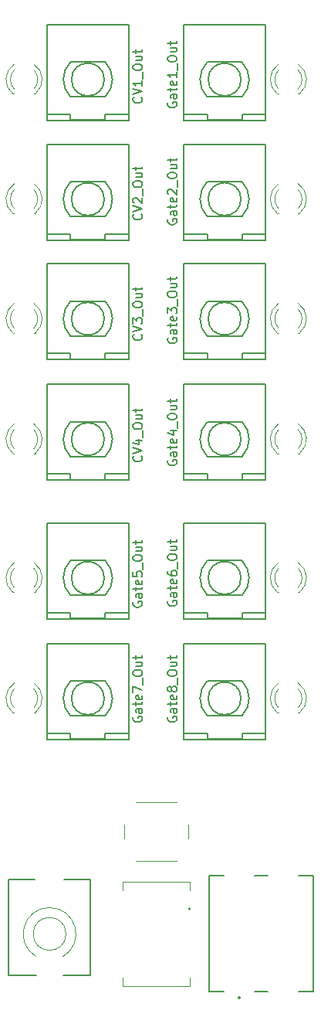
<source format=gbr>
G04 #@! TF.GenerationSoftware,KiCad,Pcbnew,8.0.4*
G04 #@! TF.CreationDate,2024-08-08T14:54:58+01:00*
G04 #@! TF.ProjectId,MidiMonger_controls,4d696469-4d6f-46e6-9765-725f636f6e74,rev?*
G04 #@! TF.SameCoordinates,Original*
G04 #@! TF.FileFunction,Legend,Top*
G04 #@! TF.FilePolarity,Positive*
%FSLAX46Y46*%
G04 Gerber Fmt 4.6, Leading zero omitted, Abs format (unit mm)*
G04 Created by KiCad (PCBNEW 8.0.4) date 2024-08-08 14:54:58*
%MOMM*%
%LPD*%
G01*
G04 APERTURE LIST*
%ADD10C,0.150000*%
%ADD11C,0.120000*%
%ADD12C,0.127000*%
%ADD13C,0.200000*%
G04 APERTURE END LIST*
D10*
X121302438Y-80723810D02*
X121254819Y-80819048D01*
X121254819Y-80819048D02*
X121254819Y-80961905D01*
X121254819Y-80961905D02*
X121302438Y-81104762D01*
X121302438Y-81104762D02*
X121397676Y-81200000D01*
X121397676Y-81200000D02*
X121492914Y-81247619D01*
X121492914Y-81247619D02*
X121683390Y-81295238D01*
X121683390Y-81295238D02*
X121826247Y-81295238D01*
X121826247Y-81295238D02*
X122016723Y-81247619D01*
X122016723Y-81247619D02*
X122111961Y-81200000D01*
X122111961Y-81200000D02*
X122207200Y-81104762D01*
X122207200Y-81104762D02*
X122254819Y-80961905D01*
X122254819Y-80961905D02*
X122254819Y-80866667D01*
X122254819Y-80866667D02*
X122207200Y-80723810D01*
X122207200Y-80723810D02*
X122159580Y-80676191D01*
X122159580Y-80676191D02*
X121826247Y-80676191D01*
X121826247Y-80676191D02*
X121826247Y-80866667D01*
X122254819Y-79819048D02*
X121731009Y-79819048D01*
X121731009Y-79819048D02*
X121635771Y-79866667D01*
X121635771Y-79866667D02*
X121588152Y-79961905D01*
X121588152Y-79961905D02*
X121588152Y-80152381D01*
X121588152Y-80152381D02*
X121635771Y-80247619D01*
X122207200Y-79819048D02*
X122254819Y-79914286D01*
X122254819Y-79914286D02*
X122254819Y-80152381D01*
X122254819Y-80152381D02*
X122207200Y-80247619D01*
X122207200Y-80247619D02*
X122111961Y-80295238D01*
X122111961Y-80295238D02*
X122016723Y-80295238D01*
X122016723Y-80295238D02*
X121921485Y-80247619D01*
X121921485Y-80247619D02*
X121873866Y-80152381D01*
X121873866Y-80152381D02*
X121873866Y-79914286D01*
X121873866Y-79914286D02*
X121826247Y-79819048D01*
X121588152Y-79485714D02*
X121588152Y-79104762D01*
X121254819Y-79342857D02*
X122111961Y-79342857D01*
X122111961Y-79342857D02*
X122207200Y-79295238D01*
X122207200Y-79295238D02*
X122254819Y-79200000D01*
X122254819Y-79200000D02*
X122254819Y-79104762D01*
X122207200Y-78390476D02*
X122254819Y-78485714D01*
X122254819Y-78485714D02*
X122254819Y-78676190D01*
X122254819Y-78676190D02*
X122207200Y-78771428D01*
X122207200Y-78771428D02*
X122111961Y-78819047D01*
X122111961Y-78819047D02*
X121731009Y-78819047D01*
X121731009Y-78819047D02*
X121635771Y-78771428D01*
X121635771Y-78771428D02*
X121588152Y-78676190D01*
X121588152Y-78676190D02*
X121588152Y-78485714D01*
X121588152Y-78485714D02*
X121635771Y-78390476D01*
X121635771Y-78390476D02*
X121731009Y-78342857D01*
X121731009Y-78342857D02*
X121826247Y-78342857D01*
X121826247Y-78342857D02*
X121921485Y-78819047D01*
X121254819Y-78009523D02*
X121254819Y-77390476D01*
X121254819Y-77390476D02*
X121635771Y-77723809D01*
X121635771Y-77723809D02*
X121635771Y-77580952D01*
X121635771Y-77580952D02*
X121683390Y-77485714D01*
X121683390Y-77485714D02*
X121731009Y-77438095D01*
X121731009Y-77438095D02*
X121826247Y-77390476D01*
X121826247Y-77390476D02*
X122064342Y-77390476D01*
X122064342Y-77390476D02*
X122159580Y-77438095D01*
X122159580Y-77438095D02*
X122207200Y-77485714D01*
X122207200Y-77485714D02*
X122254819Y-77580952D01*
X122254819Y-77580952D02*
X122254819Y-77866666D01*
X122254819Y-77866666D02*
X122207200Y-77961904D01*
X122207200Y-77961904D02*
X122159580Y-78009523D01*
X122350057Y-77200000D02*
X122350057Y-76438095D01*
X121254819Y-76009523D02*
X121254819Y-75819047D01*
X121254819Y-75819047D02*
X121302438Y-75723809D01*
X121302438Y-75723809D02*
X121397676Y-75628571D01*
X121397676Y-75628571D02*
X121588152Y-75580952D01*
X121588152Y-75580952D02*
X121921485Y-75580952D01*
X121921485Y-75580952D02*
X122111961Y-75628571D01*
X122111961Y-75628571D02*
X122207200Y-75723809D01*
X122207200Y-75723809D02*
X122254819Y-75819047D01*
X122254819Y-75819047D02*
X122254819Y-76009523D01*
X122254819Y-76009523D02*
X122207200Y-76104761D01*
X122207200Y-76104761D02*
X122111961Y-76199999D01*
X122111961Y-76199999D02*
X121921485Y-76247618D01*
X121921485Y-76247618D02*
X121588152Y-76247618D01*
X121588152Y-76247618D02*
X121397676Y-76199999D01*
X121397676Y-76199999D02*
X121302438Y-76104761D01*
X121302438Y-76104761D02*
X121254819Y-76009523D01*
X121588152Y-74723809D02*
X122254819Y-74723809D01*
X121588152Y-75152380D02*
X122111961Y-75152380D01*
X122111961Y-75152380D02*
X122207200Y-75104761D01*
X122207200Y-75104761D02*
X122254819Y-75009523D01*
X122254819Y-75009523D02*
X122254819Y-74866666D01*
X122254819Y-74866666D02*
X122207200Y-74771428D01*
X122207200Y-74771428D02*
X122159580Y-74723809D01*
X121588152Y-74390475D02*
X121588152Y-74009523D01*
X121254819Y-74247618D02*
X122111961Y-74247618D01*
X122111961Y-74247618D02*
X122207200Y-74199999D01*
X122207200Y-74199999D02*
X122254819Y-74104761D01*
X122254819Y-74104761D02*
X122254819Y-74009523D01*
X121302438Y-94123810D02*
X121254819Y-94219048D01*
X121254819Y-94219048D02*
X121254819Y-94361905D01*
X121254819Y-94361905D02*
X121302438Y-94504762D01*
X121302438Y-94504762D02*
X121397676Y-94600000D01*
X121397676Y-94600000D02*
X121492914Y-94647619D01*
X121492914Y-94647619D02*
X121683390Y-94695238D01*
X121683390Y-94695238D02*
X121826247Y-94695238D01*
X121826247Y-94695238D02*
X122016723Y-94647619D01*
X122016723Y-94647619D02*
X122111961Y-94600000D01*
X122111961Y-94600000D02*
X122207200Y-94504762D01*
X122207200Y-94504762D02*
X122254819Y-94361905D01*
X122254819Y-94361905D02*
X122254819Y-94266667D01*
X122254819Y-94266667D02*
X122207200Y-94123810D01*
X122207200Y-94123810D02*
X122159580Y-94076191D01*
X122159580Y-94076191D02*
X121826247Y-94076191D01*
X121826247Y-94076191D02*
X121826247Y-94266667D01*
X122254819Y-93219048D02*
X121731009Y-93219048D01*
X121731009Y-93219048D02*
X121635771Y-93266667D01*
X121635771Y-93266667D02*
X121588152Y-93361905D01*
X121588152Y-93361905D02*
X121588152Y-93552381D01*
X121588152Y-93552381D02*
X121635771Y-93647619D01*
X122207200Y-93219048D02*
X122254819Y-93314286D01*
X122254819Y-93314286D02*
X122254819Y-93552381D01*
X122254819Y-93552381D02*
X122207200Y-93647619D01*
X122207200Y-93647619D02*
X122111961Y-93695238D01*
X122111961Y-93695238D02*
X122016723Y-93695238D01*
X122016723Y-93695238D02*
X121921485Y-93647619D01*
X121921485Y-93647619D02*
X121873866Y-93552381D01*
X121873866Y-93552381D02*
X121873866Y-93314286D01*
X121873866Y-93314286D02*
X121826247Y-93219048D01*
X121588152Y-92885714D02*
X121588152Y-92504762D01*
X121254819Y-92742857D02*
X122111961Y-92742857D01*
X122111961Y-92742857D02*
X122207200Y-92695238D01*
X122207200Y-92695238D02*
X122254819Y-92600000D01*
X122254819Y-92600000D02*
X122254819Y-92504762D01*
X122207200Y-91790476D02*
X122254819Y-91885714D01*
X122254819Y-91885714D02*
X122254819Y-92076190D01*
X122254819Y-92076190D02*
X122207200Y-92171428D01*
X122207200Y-92171428D02*
X122111961Y-92219047D01*
X122111961Y-92219047D02*
X121731009Y-92219047D01*
X121731009Y-92219047D02*
X121635771Y-92171428D01*
X121635771Y-92171428D02*
X121588152Y-92076190D01*
X121588152Y-92076190D02*
X121588152Y-91885714D01*
X121588152Y-91885714D02*
X121635771Y-91790476D01*
X121635771Y-91790476D02*
X121731009Y-91742857D01*
X121731009Y-91742857D02*
X121826247Y-91742857D01*
X121826247Y-91742857D02*
X121921485Y-92219047D01*
X121588152Y-90885714D02*
X122254819Y-90885714D01*
X121207200Y-91123809D02*
X121921485Y-91361904D01*
X121921485Y-91361904D02*
X121921485Y-90742857D01*
X122350057Y-90600000D02*
X122350057Y-89838095D01*
X121254819Y-89409523D02*
X121254819Y-89219047D01*
X121254819Y-89219047D02*
X121302438Y-89123809D01*
X121302438Y-89123809D02*
X121397676Y-89028571D01*
X121397676Y-89028571D02*
X121588152Y-88980952D01*
X121588152Y-88980952D02*
X121921485Y-88980952D01*
X121921485Y-88980952D02*
X122111961Y-89028571D01*
X122111961Y-89028571D02*
X122207200Y-89123809D01*
X122207200Y-89123809D02*
X122254819Y-89219047D01*
X122254819Y-89219047D02*
X122254819Y-89409523D01*
X122254819Y-89409523D02*
X122207200Y-89504761D01*
X122207200Y-89504761D02*
X122111961Y-89599999D01*
X122111961Y-89599999D02*
X121921485Y-89647618D01*
X121921485Y-89647618D02*
X121588152Y-89647618D01*
X121588152Y-89647618D02*
X121397676Y-89599999D01*
X121397676Y-89599999D02*
X121302438Y-89504761D01*
X121302438Y-89504761D02*
X121254819Y-89409523D01*
X121588152Y-88123809D02*
X122254819Y-88123809D01*
X121588152Y-88552380D02*
X122111961Y-88552380D01*
X122111961Y-88552380D02*
X122207200Y-88504761D01*
X122207200Y-88504761D02*
X122254819Y-88409523D01*
X122254819Y-88409523D02*
X122254819Y-88266666D01*
X122254819Y-88266666D02*
X122207200Y-88171428D01*
X122207200Y-88171428D02*
X122159580Y-88123809D01*
X121588152Y-87790475D02*
X121588152Y-87409523D01*
X121254819Y-87647618D02*
X122111961Y-87647618D01*
X122111961Y-87647618D02*
X122207200Y-87599999D01*
X122207200Y-87599999D02*
X122254819Y-87504761D01*
X122254819Y-87504761D02*
X122254819Y-87409523D01*
X121302438Y-54923810D02*
X121254819Y-55019048D01*
X121254819Y-55019048D02*
X121254819Y-55161905D01*
X121254819Y-55161905D02*
X121302438Y-55304762D01*
X121302438Y-55304762D02*
X121397676Y-55400000D01*
X121397676Y-55400000D02*
X121492914Y-55447619D01*
X121492914Y-55447619D02*
X121683390Y-55495238D01*
X121683390Y-55495238D02*
X121826247Y-55495238D01*
X121826247Y-55495238D02*
X122016723Y-55447619D01*
X122016723Y-55447619D02*
X122111961Y-55400000D01*
X122111961Y-55400000D02*
X122207200Y-55304762D01*
X122207200Y-55304762D02*
X122254819Y-55161905D01*
X122254819Y-55161905D02*
X122254819Y-55066667D01*
X122254819Y-55066667D02*
X122207200Y-54923810D01*
X122207200Y-54923810D02*
X122159580Y-54876191D01*
X122159580Y-54876191D02*
X121826247Y-54876191D01*
X121826247Y-54876191D02*
X121826247Y-55066667D01*
X122254819Y-54019048D02*
X121731009Y-54019048D01*
X121731009Y-54019048D02*
X121635771Y-54066667D01*
X121635771Y-54066667D02*
X121588152Y-54161905D01*
X121588152Y-54161905D02*
X121588152Y-54352381D01*
X121588152Y-54352381D02*
X121635771Y-54447619D01*
X122207200Y-54019048D02*
X122254819Y-54114286D01*
X122254819Y-54114286D02*
X122254819Y-54352381D01*
X122254819Y-54352381D02*
X122207200Y-54447619D01*
X122207200Y-54447619D02*
X122111961Y-54495238D01*
X122111961Y-54495238D02*
X122016723Y-54495238D01*
X122016723Y-54495238D02*
X121921485Y-54447619D01*
X121921485Y-54447619D02*
X121873866Y-54352381D01*
X121873866Y-54352381D02*
X121873866Y-54114286D01*
X121873866Y-54114286D02*
X121826247Y-54019048D01*
X121588152Y-53685714D02*
X121588152Y-53304762D01*
X121254819Y-53542857D02*
X122111961Y-53542857D01*
X122111961Y-53542857D02*
X122207200Y-53495238D01*
X122207200Y-53495238D02*
X122254819Y-53400000D01*
X122254819Y-53400000D02*
X122254819Y-53304762D01*
X122207200Y-52590476D02*
X122254819Y-52685714D01*
X122254819Y-52685714D02*
X122254819Y-52876190D01*
X122254819Y-52876190D02*
X122207200Y-52971428D01*
X122207200Y-52971428D02*
X122111961Y-53019047D01*
X122111961Y-53019047D02*
X121731009Y-53019047D01*
X121731009Y-53019047D02*
X121635771Y-52971428D01*
X121635771Y-52971428D02*
X121588152Y-52876190D01*
X121588152Y-52876190D02*
X121588152Y-52685714D01*
X121588152Y-52685714D02*
X121635771Y-52590476D01*
X121635771Y-52590476D02*
X121731009Y-52542857D01*
X121731009Y-52542857D02*
X121826247Y-52542857D01*
X121826247Y-52542857D02*
X121921485Y-53019047D01*
X122254819Y-51590476D02*
X122254819Y-52161904D01*
X122254819Y-51876190D02*
X121254819Y-51876190D01*
X121254819Y-51876190D02*
X121397676Y-51971428D01*
X121397676Y-51971428D02*
X121492914Y-52066666D01*
X121492914Y-52066666D02*
X121540533Y-52161904D01*
X122350057Y-51400000D02*
X122350057Y-50638095D01*
X121254819Y-50209523D02*
X121254819Y-50019047D01*
X121254819Y-50019047D02*
X121302438Y-49923809D01*
X121302438Y-49923809D02*
X121397676Y-49828571D01*
X121397676Y-49828571D02*
X121588152Y-49780952D01*
X121588152Y-49780952D02*
X121921485Y-49780952D01*
X121921485Y-49780952D02*
X122111961Y-49828571D01*
X122111961Y-49828571D02*
X122207200Y-49923809D01*
X122207200Y-49923809D02*
X122254819Y-50019047D01*
X122254819Y-50019047D02*
X122254819Y-50209523D01*
X122254819Y-50209523D02*
X122207200Y-50304761D01*
X122207200Y-50304761D02*
X122111961Y-50399999D01*
X122111961Y-50399999D02*
X121921485Y-50447618D01*
X121921485Y-50447618D02*
X121588152Y-50447618D01*
X121588152Y-50447618D02*
X121397676Y-50399999D01*
X121397676Y-50399999D02*
X121302438Y-50304761D01*
X121302438Y-50304761D02*
X121254819Y-50209523D01*
X121588152Y-48923809D02*
X122254819Y-48923809D01*
X121588152Y-49352380D02*
X122111961Y-49352380D01*
X122111961Y-49352380D02*
X122207200Y-49304761D01*
X122207200Y-49304761D02*
X122254819Y-49209523D01*
X122254819Y-49209523D02*
X122254819Y-49066666D01*
X122254819Y-49066666D02*
X122207200Y-48971428D01*
X122207200Y-48971428D02*
X122159580Y-48923809D01*
X121588152Y-48590475D02*
X121588152Y-48209523D01*
X121254819Y-48447618D02*
X122111961Y-48447618D01*
X122111961Y-48447618D02*
X122207200Y-48399999D01*
X122207200Y-48399999D02*
X122254819Y-48304761D01*
X122254819Y-48304761D02*
X122254819Y-48209523D01*
X121302438Y-67723810D02*
X121254819Y-67819048D01*
X121254819Y-67819048D02*
X121254819Y-67961905D01*
X121254819Y-67961905D02*
X121302438Y-68104762D01*
X121302438Y-68104762D02*
X121397676Y-68200000D01*
X121397676Y-68200000D02*
X121492914Y-68247619D01*
X121492914Y-68247619D02*
X121683390Y-68295238D01*
X121683390Y-68295238D02*
X121826247Y-68295238D01*
X121826247Y-68295238D02*
X122016723Y-68247619D01*
X122016723Y-68247619D02*
X122111961Y-68200000D01*
X122111961Y-68200000D02*
X122207200Y-68104762D01*
X122207200Y-68104762D02*
X122254819Y-67961905D01*
X122254819Y-67961905D02*
X122254819Y-67866667D01*
X122254819Y-67866667D02*
X122207200Y-67723810D01*
X122207200Y-67723810D02*
X122159580Y-67676191D01*
X122159580Y-67676191D02*
X121826247Y-67676191D01*
X121826247Y-67676191D02*
X121826247Y-67866667D01*
X122254819Y-66819048D02*
X121731009Y-66819048D01*
X121731009Y-66819048D02*
X121635771Y-66866667D01*
X121635771Y-66866667D02*
X121588152Y-66961905D01*
X121588152Y-66961905D02*
X121588152Y-67152381D01*
X121588152Y-67152381D02*
X121635771Y-67247619D01*
X122207200Y-66819048D02*
X122254819Y-66914286D01*
X122254819Y-66914286D02*
X122254819Y-67152381D01*
X122254819Y-67152381D02*
X122207200Y-67247619D01*
X122207200Y-67247619D02*
X122111961Y-67295238D01*
X122111961Y-67295238D02*
X122016723Y-67295238D01*
X122016723Y-67295238D02*
X121921485Y-67247619D01*
X121921485Y-67247619D02*
X121873866Y-67152381D01*
X121873866Y-67152381D02*
X121873866Y-66914286D01*
X121873866Y-66914286D02*
X121826247Y-66819048D01*
X121588152Y-66485714D02*
X121588152Y-66104762D01*
X121254819Y-66342857D02*
X122111961Y-66342857D01*
X122111961Y-66342857D02*
X122207200Y-66295238D01*
X122207200Y-66295238D02*
X122254819Y-66200000D01*
X122254819Y-66200000D02*
X122254819Y-66104762D01*
X122207200Y-65390476D02*
X122254819Y-65485714D01*
X122254819Y-65485714D02*
X122254819Y-65676190D01*
X122254819Y-65676190D02*
X122207200Y-65771428D01*
X122207200Y-65771428D02*
X122111961Y-65819047D01*
X122111961Y-65819047D02*
X121731009Y-65819047D01*
X121731009Y-65819047D02*
X121635771Y-65771428D01*
X121635771Y-65771428D02*
X121588152Y-65676190D01*
X121588152Y-65676190D02*
X121588152Y-65485714D01*
X121588152Y-65485714D02*
X121635771Y-65390476D01*
X121635771Y-65390476D02*
X121731009Y-65342857D01*
X121731009Y-65342857D02*
X121826247Y-65342857D01*
X121826247Y-65342857D02*
X121921485Y-65819047D01*
X121350057Y-64961904D02*
X121302438Y-64914285D01*
X121302438Y-64914285D02*
X121254819Y-64819047D01*
X121254819Y-64819047D02*
X121254819Y-64580952D01*
X121254819Y-64580952D02*
X121302438Y-64485714D01*
X121302438Y-64485714D02*
X121350057Y-64438095D01*
X121350057Y-64438095D02*
X121445295Y-64390476D01*
X121445295Y-64390476D02*
X121540533Y-64390476D01*
X121540533Y-64390476D02*
X121683390Y-64438095D01*
X121683390Y-64438095D02*
X122254819Y-65009523D01*
X122254819Y-65009523D02*
X122254819Y-64390476D01*
X122350057Y-64200000D02*
X122350057Y-63438095D01*
X121254819Y-63009523D02*
X121254819Y-62819047D01*
X121254819Y-62819047D02*
X121302438Y-62723809D01*
X121302438Y-62723809D02*
X121397676Y-62628571D01*
X121397676Y-62628571D02*
X121588152Y-62580952D01*
X121588152Y-62580952D02*
X121921485Y-62580952D01*
X121921485Y-62580952D02*
X122111961Y-62628571D01*
X122111961Y-62628571D02*
X122207200Y-62723809D01*
X122207200Y-62723809D02*
X122254819Y-62819047D01*
X122254819Y-62819047D02*
X122254819Y-63009523D01*
X122254819Y-63009523D02*
X122207200Y-63104761D01*
X122207200Y-63104761D02*
X122111961Y-63199999D01*
X122111961Y-63199999D02*
X121921485Y-63247618D01*
X121921485Y-63247618D02*
X121588152Y-63247618D01*
X121588152Y-63247618D02*
X121397676Y-63199999D01*
X121397676Y-63199999D02*
X121302438Y-63104761D01*
X121302438Y-63104761D02*
X121254819Y-63009523D01*
X121588152Y-61723809D02*
X122254819Y-61723809D01*
X121588152Y-62152380D02*
X122111961Y-62152380D01*
X122111961Y-62152380D02*
X122207200Y-62104761D01*
X122207200Y-62104761D02*
X122254819Y-62009523D01*
X122254819Y-62009523D02*
X122254819Y-61866666D01*
X122254819Y-61866666D02*
X122207200Y-61771428D01*
X122207200Y-61771428D02*
X122159580Y-61723809D01*
X121588152Y-61390475D02*
X121588152Y-61009523D01*
X121254819Y-61247618D02*
X122111961Y-61247618D01*
X122111961Y-61247618D02*
X122207200Y-61199999D01*
X122207200Y-61199999D02*
X122254819Y-61104761D01*
X122254819Y-61104761D02*
X122254819Y-61009523D01*
X121302438Y-109523810D02*
X121254819Y-109619048D01*
X121254819Y-109619048D02*
X121254819Y-109761905D01*
X121254819Y-109761905D02*
X121302438Y-109904762D01*
X121302438Y-109904762D02*
X121397676Y-110000000D01*
X121397676Y-110000000D02*
X121492914Y-110047619D01*
X121492914Y-110047619D02*
X121683390Y-110095238D01*
X121683390Y-110095238D02*
X121826247Y-110095238D01*
X121826247Y-110095238D02*
X122016723Y-110047619D01*
X122016723Y-110047619D02*
X122111961Y-110000000D01*
X122111961Y-110000000D02*
X122207200Y-109904762D01*
X122207200Y-109904762D02*
X122254819Y-109761905D01*
X122254819Y-109761905D02*
X122254819Y-109666667D01*
X122254819Y-109666667D02*
X122207200Y-109523810D01*
X122207200Y-109523810D02*
X122159580Y-109476191D01*
X122159580Y-109476191D02*
X121826247Y-109476191D01*
X121826247Y-109476191D02*
X121826247Y-109666667D01*
X122254819Y-108619048D02*
X121731009Y-108619048D01*
X121731009Y-108619048D02*
X121635771Y-108666667D01*
X121635771Y-108666667D02*
X121588152Y-108761905D01*
X121588152Y-108761905D02*
X121588152Y-108952381D01*
X121588152Y-108952381D02*
X121635771Y-109047619D01*
X122207200Y-108619048D02*
X122254819Y-108714286D01*
X122254819Y-108714286D02*
X122254819Y-108952381D01*
X122254819Y-108952381D02*
X122207200Y-109047619D01*
X122207200Y-109047619D02*
X122111961Y-109095238D01*
X122111961Y-109095238D02*
X122016723Y-109095238D01*
X122016723Y-109095238D02*
X121921485Y-109047619D01*
X121921485Y-109047619D02*
X121873866Y-108952381D01*
X121873866Y-108952381D02*
X121873866Y-108714286D01*
X121873866Y-108714286D02*
X121826247Y-108619048D01*
X121588152Y-108285714D02*
X121588152Y-107904762D01*
X121254819Y-108142857D02*
X122111961Y-108142857D01*
X122111961Y-108142857D02*
X122207200Y-108095238D01*
X122207200Y-108095238D02*
X122254819Y-108000000D01*
X122254819Y-108000000D02*
X122254819Y-107904762D01*
X122207200Y-107190476D02*
X122254819Y-107285714D01*
X122254819Y-107285714D02*
X122254819Y-107476190D01*
X122254819Y-107476190D02*
X122207200Y-107571428D01*
X122207200Y-107571428D02*
X122111961Y-107619047D01*
X122111961Y-107619047D02*
X121731009Y-107619047D01*
X121731009Y-107619047D02*
X121635771Y-107571428D01*
X121635771Y-107571428D02*
X121588152Y-107476190D01*
X121588152Y-107476190D02*
X121588152Y-107285714D01*
X121588152Y-107285714D02*
X121635771Y-107190476D01*
X121635771Y-107190476D02*
X121731009Y-107142857D01*
X121731009Y-107142857D02*
X121826247Y-107142857D01*
X121826247Y-107142857D02*
X121921485Y-107619047D01*
X121254819Y-106285714D02*
X121254819Y-106476190D01*
X121254819Y-106476190D02*
X121302438Y-106571428D01*
X121302438Y-106571428D02*
X121350057Y-106619047D01*
X121350057Y-106619047D02*
X121492914Y-106714285D01*
X121492914Y-106714285D02*
X121683390Y-106761904D01*
X121683390Y-106761904D02*
X122064342Y-106761904D01*
X122064342Y-106761904D02*
X122159580Y-106714285D01*
X122159580Y-106714285D02*
X122207200Y-106666666D01*
X122207200Y-106666666D02*
X122254819Y-106571428D01*
X122254819Y-106571428D02*
X122254819Y-106380952D01*
X122254819Y-106380952D02*
X122207200Y-106285714D01*
X122207200Y-106285714D02*
X122159580Y-106238095D01*
X122159580Y-106238095D02*
X122064342Y-106190476D01*
X122064342Y-106190476D02*
X121826247Y-106190476D01*
X121826247Y-106190476D02*
X121731009Y-106238095D01*
X121731009Y-106238095D02*
X121683390Y-106285714D01*
X121683390Y-106285714D02*
X121635771Y-106380952D01*
X121635771Y-106380952D02*
X121635771Y-106571428D01*
X121635771Y-106571428D02*
X121683390Y-106666666D01*
X121683390Y-106666666D02*
X121731009Y-106714285D01*
X121731009Y-106714285D02*
X121826247Y-106761904D01*
X122350057Y-106000000D02*
X122350057Y-105238095D01*
X121254819Y-104809523D02*
X121254819Y-104619047D01*
X121254819Y-104619047D02*
X121302438Y-104523809D01*
X121302438Y-104523809D02*
X121397676Y-104428571D01*
X121397676Y-104428571D02*
X121588152Y-104380952D01*
X121588152Y-104380952D02*
X121921485Y-104380952D01*
X121921485Y-104380952D02*
X122111961Y-104428571D01*
X122111961Y-104428571D02*
X122207200Y-104523809D01*
X122207200Y-104523809D02*
X122254819Y-104619047D01*
X122254819Y-104619047D02*
X122254819Y-104809523D01*
X122254819Y-104809523D02*
X122207200Y-104904761D01*
X122207200Y-104904761D02*
X122111961Y-104999999D01*
X122111961Y-104999999D02*
X121921485Y-105047618D01*
X121921485Y-105047618D02*
X121588152Y-105047618D01*
X121588152Y-105047618D02*
X121397676Y-104999999D01*
X121397676Y-104999999D02*
X121302438Y-104904761D01*
X121302438Y-104904761D02*
X121254819Y-104809523D01*
X121588152Y-103523809D02*
X122254819Y-103523809D01*
X121588152Y-103952380D02*
X122111961Y-103952380D01*
X122111961Y-103952380D02*
X122207200Y-103904761D01*
X122207200Y-103904761D02*
X122254819Y-103809523D01*
X122254819Y-103809523D02*
X122254819Y-103666666D01*
X122254819Y-103666666D02*
X122207200Y-103571428D01*
X122207200Y-103571428D02*
X122159580Y-103523809D01*
X121588152Y-103190475D02*
X121588152Y-102809523D01*
X121254819Y-103047618D02*
X122111961Y-103047618D01*
X122111961Y-103047618D02*
X122207200Y-102999999D01*
X122207200Y-102999999D02*
X122254819Y-102904761D01*
X122254819Y-102904761D02*
X122254819Y-102809523D01*
X118359580Y-67138095D02*
X118407200Y-67185714D01*
X118407200Y-67185714D02*
X118454819Y-67328571D01*
X118454819Y-67328571D02*
X118454819Y-67423809D01*
X118454819Y-67423809D02*
X118407200Y-67566666D01*
X118407200Y-67566666D02*
X118311961Y-67661904D01*
X118311961Y-67661904D02*
X118216723Y-67709523D01*
X118216723Y-67709523D02*
X118026247Y-67757142D01*
X118026247Y-67757142D02*
X117883390Y-67757142D01*
X117883390Y-67757142D02*
X117692914Y-67709523D01*
X117692914Y-67709523D02*
X117597676Y-67661904D01*
X117597676Y-67661904D02*
X117502438Y-67566666D01*
X117502438Y-67566666D02*
X117454819Y-67423809D01*
X117454819Y-67423809D02*
X117454819Y-67328571D01*
X117454819Y-67328571D02*
X117502438Y-67185714D01*
X117502438Y-67185714D02*
X117550057Y-67138095D01*
X117454819Y-66852380D02*
X118454819Y-66519047D01*
X118454819Y-66519047D02*
X117454819Y-66185714D01*
X117550057Y-65899999D02*
X117502438Y-65852380D01*
X117502438Y-65852380D02*
X117454819Y-65757142D01*
X117454819Y-65757142D02*
X117454819Y-65519047D01*
X117454819Y-65519047D02*
X117502438Y-65423809D01*
X117502438Y-65423809D02*
X117550057Y-65376190D01*
X117550057Y-65376190D02*
X117645295Y-65328571D01*
X117645295Y-65328571D02*
X117740533Y-65328571D01*
X117740533Y-65328571D02*
X117883390Y-65376190D01*
X117883390Y-65376190D02*
X118454819Y-65947618D01*
X118454819Y-65947618D02*
X118454819Y-65328571D01*
X118550057Y-65138095D02*
X118550057Y-64376190D01*
X117454819Y-63947618D02*
X117454819Y-63757142D01*
X117454819Y-63757142D02*
X117502438Y-63661904D01*
X117502438Y-63661904D02*
X117597676Y-63566666D01*
X117597676Y-63566666D02*
X117788152Y-63519047D01*
X117788152Y-63519047D02*
X118121485Y-63519047D01*
X118121485Y-63519047D02*
X118311961Y-63566666D01*
X118311961Y-63566666D02*
X118407200Y-63661904D01*
X118407200Y-63661904D02*
X118454819Y-63757142D01*
X118454819Y-63757142D02*
X118454819Y-63947618D01*
X118454819Y-63947618D02*
X118407200Y-64042856D01*
X118407200Y-64042856D02*
X118311961Y-64138094D01*
X118311961Y-64138094D02*
X118121485Y-64185713D01*
X118121485Y-64185713D02*
X117788152Y-64185713D01*
X117788152Y-64185713D02*
X117597676Y-64138094D01*
X117597676Y-64138094D02*
X117502438Y-64042856D01*
X117502438Y-64042856D02*
X117454819Y-63947618D01*
X117788152Y-62661904D02*
X118454819Y-62661904D01*
X117788152Y-63090475D02*
X118311961Y-63090475D01*
X118311961Y-63090475D02*
X118407200Y-63042856D01*
X118407200Y-63042856D02*
X118454819Y-62947618D01*
X118454819Y-62947618D02*
X118454819Y-62804761D01*
X118454819Y-62804761D02*
X118407200Y-62709523D01*
X118407200Y-62709523D02*
X118359580Y-62661904D01*
X117788152Y-62328570D02*
X117788152Y-61947618D01*
X117454819Y-62185713D02*
X118311961Y-62185713D01*
X118311961Y-62185713D02*
X118407200Y-62138094D01*
X118407200Y-62138094D02*
X118454819Y-62042856D01*
X118454819Y-62042856D02*
X118454819Y-61947618D01*
X121302438Y-122223810D02*
X121254819Y-122319048D01*
X121254819Y-122319048D02*
X121254819Y-122461905D01*
X121254819Y-122461905D02*
X121302438Y-122604762D01*
X121302438Y-122604762D02*
X121397676Y-122700000D01*
X121397676Y-122700000D02*
X121492914Y-122747619D01*
X121492914Y-122747619D02*
X121683390Y-122795238D01*
X121683390Y-122795238D02*
X121826247Y-122795238D01*
X121826247Y-122795238D02*
X122016723Y-122747619D01*
X122016723Y-122747619D02*
X122111961Y-122700000D01*
X122111961Y-122700000D02*
X122207200Y-122604762D01*
X122207200Y-122604762D02*
X122254819Y-122461905D01*
X122254819Y-122461905D02*
X122254819Y-122366667D01*
X122254819Y-122366667D02*
X122207200Y-122223810D01*
X122207200Y-122223810D02*
X122159580Y-122176191D01*
X122159580Y-122176191D02*
X121826247Y-122176191D01*
X121826247Y-122176191D02*
X121826247Y-122366667D01*
X122254819Y-121319048D02*
X121731009Y-121319048D01*
X121731009Y-121319048D02*
X121635771Y-121366667D01*
X121635771Y-121366667D02*
X121588152Y-121461905D01*
X121588152Y-121461905D02*
X121588152Y-121652381D01*
X121588152Y-121652381D02*
X121635771Y-121747619D01*
X122207200Y-121319048D02*
X122254819Y-121414286D01*
X122254819Y-121414286D02*
X122254819Y-121652381D01*
X122254819Y-121652381D02*
X122207200Y-121747619D01*
X122207200Y-121747619D02*
X122111961Y-121795238D01*
X122111961Y-121795238D02*
X122016723Y-121795238D01*
X122016723Y-121795238D02*
X121921485Y-121747619D01*
X121921485Y-121747619D02*
X121873866Y-121652381D01*
X121873866Y-121652381D02*
X121873866Y-121414286D01*
X121873866Y-121414286D02*
X121826247Y-121319048D01*
X121588152Y-120985714D02*
X121588152Y-120604762D01*
X121254819Y-120842857D02*
X122111961Y-120842857D01*
X122111961Y-120842857D02*
X122207200Y-120795238D01*
X122207200Y-120795238D02*
X122254819Y-120700000D01*
X122254819Y-120700000D02*
X122254819Y-120604762D01*
X122207200Y-119890476D02*
X122254819Y-119985714D01*
X122254819Y-119985714D02*
X122254819Y-120176190D01*
X122254819Y-120176190D02*
X122207200Y-120271428D01*
X122207200Y-120271428D02*
X122111961Y-120319047D01*
X122111961Y-120319047D02*
X121731009Y-120319047D01*
X121731009Y-120319047D02*
X121635771Y-120271428D01*
X121635771Y-120271428D02*
X121588152Y-120176190D01*
X121588152Y-120176190D02*
X121588152Y-119985714D01*
X121588152Y-119985714D02*
X121635771Y-119890476D01*
X121635771Y-119890476D02*
X121731009Y-119842857D01*
X121731009Y-119842857D02*
X121826247Y-119842857D01*
X121826247Y-119842857D02*
X121921485Y-120319047D01*
X121683390Y-119271428D02*
X121635771Y-119366666D01*
X121635771Y-119366666D02*
X121588152Y-119414285D01*
X121588152Y-119414285D02*
X121492914Y-119461904D01*
X121492914Y-119461904D02*
X121445295Y-119461904D01*
X121445295Y-119461904D02*
X121350057Y-119414285D01*
X121350057Y-119414285D02*
X121302438Y-119366666D01*
X121302438Y-119366666D02*
X121254819Y-119271428D01*
X121254819Y-119271428D02*
X121254819Y-119080952D01*
X121254819Y-119080952D02*
X121302438Y-118985714D01*
X121302438Y-118985714D02*
X121350057Y-118938095D01*
X121350057Y-118938095D02*
X121445295Y-118890476D01*
X121445295Y-118890476D02*
X121492914Y-118890476D01*
X121492914Y-118890476D02*
X121588152Y-118938095D01*
X121588152Y-118938095D02*
X121635771Y-118985714D01*
X121635771Y-118985714D02*
X121683390Y-119080952D01*
X121683390Y-119080952D02*
X121683390Y-119271428D01*
X121683390Y-119271428D02*
X121731009Y-119366666D01*
X121731009Y-119366666D02*
X121778628Y-119414285D01*
X121778628Y-119414285D02*
X121873866Y-119461904D01*
X121873866Y-119461904D02*
X122064342Y-119461904D01*
X122064342Y-119461904D02*
X122159580Y-119414285D01*
X122159580Y-119414285D02*
X122207200Y-119366666D01*
X122207200Y-119366666D02*
X122254819Y-119271428D01*
X122254819Y-119271428D02*
X122254819Y-119080952D01*
X122254819Y-119080952D02*
X122207200Y-118985714D01*
X122207200Y-118985714D02*
X122159580Y-118938095D01*
X122159580Y-118938095D02*
X122064342Y-118890476D01*
X122064342Y-118890476D02*
X121873866Y-118890476D01*
X121873866Y-118890476D02*
X121778628Y-118938095D01*
X121778628Y-118938095D02*
X121731009Y-118985714D01*
X121731009Y-118985714D02*
X121683390Y-119080952D01*
X122350057Y-118700000D02*
X122350057Y-117938095D01*
X121254819Y-117509523D02*
X121254819Y-117319047D01*
X121254819Y-117319047D02*
X121302438Y-117223809D01*
X121302438Y-117223809D02*
X121397676Y-117128571D01*
X121397676Y-117128571D02*
X121588152Y-117080952D01*
X121588152Y-117080952D02*
X121921485Y-117080952D01*
X121921485Y-117080952D02*
X122111961Y-117128571D01*
X122111961Y-117128571D02*
X122207200Y-117223809D01*
X122207200Y-117223809D02*
X122254819Y-117319047D01*
X122254819Y-117319047D02*
X122254819Y-117509523D01*
X122254819Y-117509523D02*
X122207200Y-117604761D01*
X122207200Y-117604761D02*
X122111961Y-117699999D01*
X122111961Y-117699999D02*
X121921485Y-117747618D01*
X121921485Y-117747618D02*
X121588152Y-117747618D01*
X121588152Y-117747618D02*
X121397676Y-117699999D01*
X121397676Y-117699999D02*
X121302438Y-117604761D01*
X121302438Y-117604761D02*
X121254819Y-117509523D01*
X121588152Y-116223809D02*
X122254819Y-116223809D01*
X121588152Y-116652380D02*
X122111961Y-116652380D01*
X122111961Y-116652380D02*
X122207200Y-116604761D01*
X122207200Y-116604761D02*
X122254819Y-116509523D01*
X122254819Y-116509523D02*
X122254819Y-116366666D01*
X122254819Y-116366666D02*
X122207200Y-116271428D01*
X122207200Y-116271428D02*
X122159580Y-116223809D01*
X121588152Y-115890475D02*
X121588152Y-115509523D01*
X121254819Y-115747618D02*
X122111961Y-115747618D01*
X122111961Y-115747618D02*
X122207200Y-115699999D01*
X122207200Y-115699999D02*
X122254819Y-115604761D01*
X122254819Y-115604761D02*
X122254819Y-115509523D01*
X118359580Y-93638095D02*
X118407200Y-93685714D01*
X118407200Y-93685714D02*
X118454819Y-93828571D01*
X118454819Y-93828571D02*
X118454819Y-93923809D01*
X118454819Y-93923809D02*
X118407200Y-94066666D01*
X118407200Y-94066666D02*
X118311961Y-94161904D01*
X118311961Y-94161904D02*
X118216723Y-94209523D01*
X118216723Y-94209523D02*
X118026247Y-94257142D01*
X118026247Y-94257142D02*
X117883390Y-94257142D01*
X117883390Y-94257142D02*
X117692914Y-94209523D01*
X117692914Y-94209523D02*
X117597676Y-94161904D01*
X117597676Y-94161904D02*
X117502438Y-94066666D01*
X117502438Y-94066666D02*
X117454819Y-93923809D01*
X117454819Y-93923809D02*
X117454819Y-93828571D01*
X117454819Y-93828571D02*
X117502438Y-93685714D01*
X117502438Y-93685714D02*
X117550057Y-93638095D01*
X117454819Y-93352380D02*
X118454819Y-93019047D01*
X118454819Y-93019047D02*
X117454819Y-92685714D01*
X117788152Y-91923809D02*
X118454819Y-91923809D01*
X117407200Y-92161904D02*
X118121485Y-92399999D01*
X118121485Y-92399999D02*
X118121485Y-91780952D01*
X118550057Y-91638095D02*
X118550057Y-90876190D01*
X117454819Y-90447618D02*
X117454819Y-90257142D01*
X117454819Y-90257142D02*
X117502438Y-90161904D01*
X117502438Y-90161904D02*
X117597676Y-90066666D01*
X117597676Y-90066666D02*
X117788152Y-90019047D01*
X117788152Y-90019047D02*
X118121485Y-90019047D01*
X118121485Y-90019047D02*
X118311961Y-90066666D01*
X118311961Y-90066666D02*
X118407200Y-90161904D01*
X118407200Y-90161904D02*
X118454819Y-90257142D01*
X118454819Y-90257142D02*
X118454819Y-90447618D01*
X118454819Y-90447618D02*
X118407200Y-90542856D01*
X118407200Y-90542856D02*
X118311961Y-90638094D01*
X118311961Y-90638094D02*
X118121485Y-90685713D01*
X118121485Y-90685713D02*
X117788152Y-90685713D01*
X117788152Y-90685713D02*
X117597676Y-90638094D01*
X117597676Y-90638094D02*
X117502438Y-90542856D01*
X117502438Y-90542856D02*
X117454819Y-90447618D01*
X117788152Y-89161904D02*
X118454819Y-89161904D01*
X117788152Y-89590475D02*
X118311961Y-89590475D01*
X118311961Y-89590475D02*
X118407200Y-89542856D01*
X118407200Y-89542856D02*
X118454819Y-89447618D01*
X118454819Y-89447618D02*
X118454819Y-89304761D01*
X118454819Y-89304761D02*
X118407200Y-89209523D01*
X118407200Y-89209523D02*
X118359580Y-89161904D01*
X117788152Y-88828570D02*
X117788152Y-88447618D01*
X117454819Y-88685713D02*
X118311961Y-88685713D01*
X118311961Y-88685713D02*
X118407200Y-88638094D01*
X118407200Y-88638094D02*
X118454819Y-88542856D01*
X118454819Y-88542856D02*
X118454819Y-88447618D01*
X118359580Y-80338095D02*
X118407200Y-80385714D01*
X118407200Y-80385714D02*
X118454819Y-80528571D01*
X118454819Y-80528571D02*
X118454819Y-80623809D01*
X118454819Y-80623809D02*
X118407200Y-80766666D01*
X118407200Y-80766666D02*
X118311961Y-80861904D01*
X118311961Y-80861904D02*
X118216723Y-80909523D01*
X118216723Y-80909523D02*
X118026247Y-80957142D01*
X118026247Y-80957142D02*
X117883390Y-80957142D01*
X117883390Y-80957142D02*
X117692914Y-80909523D01*
X117692914Y-80909523D02*
X117597676Y-80861904D01*
X117597676Y-80861904D02*
X117502438Y-80766666D01*
X117502438Y-80766666D02*
X117454819Y-80623809D01*
X117454819Y-80623809D02*
X117454819Y-80528571D01*
X117454819Y-80528571D02*
X117502438Y-80385714D01*
X117502438Y-80385714D02*
X117550057Y-80338095D01*
X117454819Y-80052380D02*
X118454819Y-79719047D01*
X118454819Y-79719047D02*
X117454819Y-79385714D01*
X117454819Y-79147618D02*
X117454819Y-78528571D01*
X117454819Y-78528571D02*
X117835771Y-78861904D01*
X117835771Y-78861904D02*
X117835771Y-78719047D01*
X117835771Y-78719047D02*
X117883390Y-78623809D01*
X117883390Y-78623809D02*
X117931009Y-78576190D01*
X117931009Y-78576190D02*
X118026247Y-78528571D01*
X118026247Y-78528571D02*
X118264342Y-78528571D01*
X118264342Y-78528571D02*
X118359580Y-78576190D01*
X118359580Y-78576190D02*
X118407200Y-78623809D01*
X118407200Y-78623809D02*
X118454819Y-78719047D01*
X118454819Y-78719047D02*
X118454819Y-79004761D01*
X118454819Y-79004761D02*
X118407200Y-79099999D01*
X118407200Y-79099999D02*
X118359580Y-79147618D01*
X118550057Y-78338095D02*
X118550057Y-77576190D01*
X117454819Y-77147618D02*
X117454819Y-76957142D01*
X117454819Y-76957142D02*
X117502438Y-76861904D01*
X117502438Y-76861904D02*
X117597676Y-76766666D01*
X117597676Y-76766666D02*
X117788152Y-76719047D01*
X117788152Y-76719047D02*
X118121485Y-76719047D01*
X118121485Y-76719047D02*
X118311961Y-76766666D01*
X118311961Y-76766666D02*
X118407200Y-76861904D01*
X118407200Y-76861904D02*
X118454819Y-76957142D01*
X118454819Y-76957142D02*
X118454819Y-77147618D01*
X118454819Y-77147618D02*
X118407200Y-77242856D01*
X118407200Y-77242856D02*
X118311961Y-77338094D01*
X118311961Y-77338094D02*
X118121485Y-77385713D01*
X118121485Y-77385713D02*
X117788152Y-77385713D01*
X117788152Y-77385713D02*
X117597676Y-77338094D01*
X117597676Y-77338094D02*
X117502438Y-77242856D01*
X117502438Y-77242856D02*
X117454819Y-77147618D01*
X117788152Y-75861904D02*
X118454819Y-75861904D01*
X117788152Y-76290475D02*
X118311961Y-76290475D01*
X118311961Y-76290475D02*
X118407200Y-76242856D01*
X118407200Y-76242856D02*
X118454819Y-76147618D01*
X118454819Y-76147618D02*
X118454819Y-76004761D01*
X118454819Y-76004761D02*
X118407200Y-75909523D01*
X118407200Y-75909523D02*
X118359580Y-75861904D01*
X117788152Y-75528570D02*
X117788152Y-75147618D01*
X117454819Y-75385713D02*
X118311961Y-75385713D01*
X118311961Y-75385713D02*
X118407200Y-75338094D01*
X118407200Y-75338094D02*
X118454819Y-75242856D01*
X118454819Y-75242856D02*
X118454819Y-75147618D01*
X117502438Y-122223810D02*
X117454819Y-122319048D01*
X117454819Y-122319048D02*
X117454819Y-122461905D01*
X117454819Y-122461905D02*
X117502438Y-122604762D01*
X117502438Y-122604762D02*
X117597676Y-122700000D01*
X117597676Y-122700000D02*
X117692914Y-122747619D01*
X117692914Y-122747619D02*
X117883390Y-122795238D01*
X117883390Y-122795238D02*
X118026247Y-122795238D01*
X118026247Y-122795238D02*
X118216723Y-122747619D01*
X118216723Y-122747619D02*
X118311961Y-122700000D01*
X118311961Y-122700000D02*
X118407200Y-122604762D01*
X118407200Y-122604762D02*
X118454819Y-122461905D01*
X118454819Y-122461905D02*
X118454819Y-122366667D01*
X118454819Y-122366667D02*
X118407200Y-122223810D01*
X118407200Y-122223810D02*
X118359580Y-122176191D01*
X118359580Y-122176191D02*
X118026247Y-122176191D01*
X118026247Y-122176191D02*
X118026247Y-122366667D01*
X118454819Y-121319048D02*
X117931009Y-121319048D01*
X117931009Y-121319048D02*
X117835771Y-121366667D01*
X117835771Y-121366667D02*
X117788152Y-121461905D01*
X117788152Y-121461905D02*
X117788152Y-121652381D01*
X117788152Y-121652381D02*
X117835771Y-121747619D01*
X118407200Y-121319048D02*
X118454819Y-121414286D01*
X118454819Y-121414286D02*
X118454819Y-121652381D01*
X118454819Y-121652381D02*
X118407200Y-121747619D01*
X118407200Y-121747619D02*
X118311961Y-121795238D01*
X118311961Y-121795238D02*
X118216723Y-121795238D01*
X118216723Y-121795238D02*
X118121485Y-121747619D01*
X118121485Y-121747619D02*
X118073866Y-121652381D01*
X118073866Y-121652381D02*
X118073866Y-121414286D01*
X118073866Y-121414286D02*
X118026247Y-121319048D01*
X117788152Y-120985714D02*
X117788152Y-120604762D01*
X117454819Y-120842857D02*
X118311961Y-120842857D01*
X118311961Y-120842857D02*
X118407200Y-120795238D01*
X118407200Y-120795238D02*
X118454819Y-120700000D01*
X118454819Y-120700000D02*
X118454819Y-120604762D01*
X118407200Y-119890476D02*
X118454819Y-119985714D01*
X118454819Y-119985714D02*
X118454819Y-120176190D01*
X118454819Y-120176190D02*
X118407200Y-120271428D01*
X118407200Y-120271428D02*
X118311961Y-120319047D01*
X118311961Y-120319047D02*
X117931009Y-120319047D01*
X117931009Y-120319047D02*
X117835771Y-120271428D01*
X117835771Y-120271428D02*
X117788152Y-120176190D01*
X117788152Y-120176190D02*
X117788152Y-119985714D01*
X117788152Y-119985714D02*
X117835771Y-119890476D01*
X117835771Y-119890476D02*
X117931009Y-119842857D01*
X117931009Y-119842857D02*
X118026247Y-119842857D01*
X118026247Y-119842857D02*
X118121485Y-120319047D01*
X117454819Y-119509523D02*
X117454819Y-118842857D01*
X117454819Y-118842857D02*
X118454819Y-119271428D01*
X118550057Y-118700000D02*
X118550057Y-117938095D01*
X117454819Y-117509523D02*
X117454819Y-117319047D01*
X117454819Y-117319047D02*
X117502438Y-117223809D01*
X117502438Y-117223809D02*
X117597676Y-117128571D01*
X117597676Y-117128571D02*
X117788152Y-117080952D01*
X117788152Y-117080952D02*
X118121485Y-117080952D01*
X118121485Y-117080952D02*
X118311961Y-117128571D01*
X118311961Y-117128571D02*
X118407200Y-117223809D01*
X118407200Y-117223809D02*
X118454819Y-117319047D01*
X118454819Y-117319047D02*
X118454819Y-117509523D01*
X118454819Y-117509523D02*
X118407200Y-117604761D01*
X118407200Y-117604761D02*
X118311961Y-117699999D01*
X118311961Y-117699999D02*
X118121485Y-117747618D01*
X118121485Y-117747618D02*
X117788152Y-117747618D01*
X117788152Y-117747618D02*
X117597676Y-117699999D01*
X117597676Y-117699999D02*
X117502438Y-117604761D01*
X117502438Y-117604761D02*
X117454819Y-117509523D01*
X117788152Y-116223809D02*
X118454819Y-116223809D01*
X117788152Y-116652380D02*
X118311961Y-116652380D01*
X118311961Y-116652380D02*
X118407200Y-116604761D01*
X118407200Y-116604761D02*
X118454819Y-116509523D01*
X118454819Y-116509523D02*
X118454819Y-116366666D01*
X118454819Y-116366666D02*
X118407200Y-116271428D01*
X118407200Y-116271428D02*
X118359580Y-116223809D01*
X117788152Y-115890475D02*
X117788152Y-115509523D01*
X117454819Y-115747618D02*
X118311961Y-115747618D01*
X118311961Y-115747618D02*
X118407200Y-115699999D01*
X118407200Y-115699999D02*
X118454819Y-115604761D01*
X118454819Y-115604761D02*
X118454819Y-115509523D01*
X118359580Y-54338095D02*
X118407200Y-54385714D01*
X118407200Y-54385714D02*
X118454819Y-54528571D01*
X118454819Y-54528571D02*
X118454819Y-54623809D01*
X118454819Y-54623809D02*
X118407200Y-54766666D01*
X118407200Y-54766666D02*
X118311961Y-54861904D01*
X118311961Y-54861904D02*
X118216723Y-54909523D01*
X118216723Y-54909523D02*
X118026247Y-54957142D01*
X118026247Y-54957142D02*
X117883390Y-54957142D01*
X117883390Y-54957142D02*
X117692914Y-54909523D01*
X117692914Y-54909523D02*
X117597676Y-54861904D01*
X117597676Y-54861904D02*
X117502438Y-54766666D01*
X117502438Y-54766666D02*
X117454819Y-54623809D01*
X117454819Y-54623809D02*
X117454819Y-54528571D01*
X117454819Y-54528571D02*
X117502438Y-54385714D01*
X117502438Y-54385714D02*
X117550057Y-54338095D01*
X117454819Y-54052380D02*
X118454819Y-53719047D01*
X118454819Y-53719047D02*
X117454819Y-53385714D01*
X118454819Y-52528571D02*
X118454819Y-53099999D01*
X118454819Y-52814285D02*
X117454819Y-52814285D01*
X117454819Y-52814285D02*
X117597676Y-52909523D01*
X117597676Y-52909523D02*
X117692914Y-53004761D01*
X117692914Y-53004761D02*
X117740533Y-53099999D01*
X118550057Y-52338095D02*
X118550057Y-51576190D01*
X117454819Y-51147618D02*
X117454819Y-50957142D01*
X117454819Y-50957142D02*
X117502438Y-50861904D01*
X117502438Y-50861904D02*
X117597676Y-50766666D01*
X117597676Y-50766666D02*
X117788152Y-50719047D01*
X117788152Y-50719047D02*
X118121485Y-50719047D01*
X118121485Y-50719047D02*
X118311961Y-50766666D01*
X118311961Y-50766666D02*
X118407200Y-50861904D01*
X118407200Y-50861904D02*
X118454819Y-50957142D01*
X118454819Y-50957142D02*
X118454819Y-51147618D01*
X118454819Y-51147618D02*
X118407200Y-51242856D01*
X118407200Y-51242856D02*
X118311961Y-51338094D01*
X118311961Y-51338094D02*
X118121485Y-51385713D01*
X118121485Y-51385713D02*
X117788152Y-51385713D01*
X117788152Y-51385713D02*
X117597676Y-51338094D01*
X117597676Y-51338094D02*
X117502438Y-51242856D01*
X117502438Y-51242856D02*
X117454819Y-51147618D01*
X117788152Y-49861904D02*
X118454819Y-49861904D01*
X117788152Y-50290475D02*
X118311961Y-50290475D01*
X118311961Y-50290475D02*
X118407200Y-50242856D01*
X118407200Y-50242856D02*
X118454819Y-50147618D01*
X118454819Y-50147618D02*
X118454819Y-50004761D01*
X118454819Y-50004761D02*
X118407200Y-49909523D01*
X118407200Y-49909523D02*
X118359580Y-49861904D01*
X117788152Y-49528570D02*
X117788152Y-49147618D01*
X117454819Y-49385713D02*
X118311961Y-49385713D01*
X118311961Y-49385713D02*
X118407200Y-49338094D01*
X118407200Y-49338094D02*
X118454819Y-49242856D01*
X118454819Y-49242856D02*
X118454819Y-49147618D01*
X117502438Y-109623810D02*
X117454819Y-109719048D01*
X117454819Y-109719048D02*
X117454819Y-109861905D01*
X117454819Y-109861905D02*
X117502438Y-110004762D01*
X117502438Y-110004762D02*
X117597676Y-110100000D01*
X117597676Y-110100000D02*
X117692914Y-110147619D01*
X117692914Y-110147619D02*
X117883390Y-110195238D01*
X117883390Y-110195238D02*
X118026247Y-110195238D01*
X118026247Y-110195238D02*
X118216723Y-110147619D01*
X118216723Y-110147619D02*
X118311961Y-110100000D01*
X118311961Y-110100000D02*
X118407200Y-110004762D01*
X118407200Y-110004762D02*
X118454819Y-109861905D01*
X118454819Y-109861905D02*
X118454819Y-109766667D01*
X118454819Y-109766667D02*
X118407200Y-109623810D01*
X118407200Y-109623810D02*
X118359580Y-109576191D01*
X118359580Y-109576191D02*
X118026247Y-109576191D01*
X118026247Y-109576191D02*
X118026247Y-109766667D01*
X118454819Y-108719048D02*
X117931009Y-108719048D01*
X117931009Y-108719048D02*
X117835771Y-108766667D01*
X117835771Y-108766667D02*
X117788152Y-108861905D01*
X117788152Y-108861905D02*
X117788152Y-109052381D01*
X117788152Y-109052381D02*
X117835771Y-109147619D01*
X118407200Y-108719048D02*
X118454819Y-108814286D01*
X118454819Y-108814286D02*
X118454819Y-109052381D01*
X118454819Y-109052381D02*
X118407200Y-109147619D01*
X118407200Y-109147619D02*
X118311961Y-109195238D01*
X118311961Y-109195238D02*
X118216723Y-109195238D01*
X118216723Y-109195238D02*
X118121485Y-109147619D01*
X118121485Y-109147619D02*
X118073866Y-109052381D01*
X118073866Y-109052381D02*
X118073866Y-108814286D01*
X118073866Y-108814286D02*
X118026247Y-108719048D01*
X117788152Y-108385714D02*
X117788152Y-108004762D01*
X117454819Y-108242857D02*
X118311961Y-108242857D01*
X118311961Y-108242857D02*
X118407200Y-108195238D01*
X118407200Y-108195238D02*
X118454819Y-108100000D01*
X118454819Y-108100000D02*
X118454819Y-108004762D01*
X118407200Y-107290476D02*
X118454819Y-107385714D01*
X118454819Y-107385714D02*
X118454819Y-107576190D01*
X118454819Y-107576190D02*
X118407200Y-107671428D01*
X118407200Y-107671428D02*
X118311961Y-107719047D01*
X118311961Y-107719047D02*
X117931009Y-107719047D01*
X117931009Y-107719047D02*
X117835771Y-107671428D01*
X117835771Y-107671428D02*
X117788152Y-107576190D01*
X117788152Y-107576190D02*
X117788152Y-107385714D01*
X117788152Y-107385714D02*
X117835771Y-107290476D01*
X117835771Y-107290476D02*
X117931009Y-107242857D01*
X117931009Y-107242857D02*
X118026247Y-107242857D01*
X118026247Y-107242857D02*
X118121485Y-107719047D01*
X117454819Y-106338095D02*
X117454819Y-106814285D01*
X117454819Y-106814285D02*
X117931009Y-106861904D01*
X117931009Y-106861904D02*
X117883390Y-106814285D01*
X117883390Y-106814285D02*
X117835771Y-106719047D01*
X117835771Y-106719047D02*
X117835771Y-106480952D01*
X117835771Y-106480952D02*
X117883390Y-106385714D01*
X117883390Y-106385714D02*
X117931009Y-106338095D01*
X117931009Y-106338095D02*
X118026247Y-106290476D01*
X118026247Y-106290476D02*
X118264342Y-106290476D01*
X118264342Y-106290476D02*
X118359580Y-106338095D01*
X118359580Y-106338095D02*
X118407200Y-106385714D01*
X118407200Y-106385714D02*
X118454819Y-106480952D01*
X118454819Y-106480952D02*
X118454819Y-106719047D01*
X118454819Y-106719047D02*
X118407200Y-106814285D01*
X118407200Y-106814285D02*
X118359580Y-106861904D01*
X118550057Y-106100000D02*
X118550057Y-105338095D01*
X117454819Y-104909523D02*
X117454819Y-104719047D01*
X117454819Y-104719047D02*
X117502438Y-104623809D01*
X117502438Y-104623809D02*
X117597676Y-104528571D01*
X117597676Y-104528571D02*
X117788152Y-104480952D01*
X117788152Y-104480952D02*
X118121485Y-104480952D01*
X118121485Y-104480952D02*
X118311961Y-104528571D01*
X118311961Y-104528571D02*
X118407200Y-104623809D01*
X118407200Y-104623809D02*
X118454819Y-104719047D01*
X118454819Y-104719047D02*
X118454819Y-104909523D01*
X118454819Y-104909523D02*
X118407200Y-105004761D01*
X118407200Y-105004761D02*
X118311961Y-105099999D01*
X118311961Y-105099999D02*
X118121485Y-105147618D01*
X118121485Y-105147618D02*
X117788152Y-105147618D01*
X117788152Y-105147618D02*
X117597676Y-105099999D01*
X117597676Y-105099999D02*
X117502438Y-105004761D01*
X117502438Y-105004761D02*
X117454819Y-104909523D01*
X117788152Y-103623809D02*
X118454819Y-103623809D01*
X117788152Y-104052380D02*
X118311961Y-104052380D01*
X118311961Y-104052380D02*
X118407200Y-104004761D01*
X118407200Y-104004761D02*
X118454819Y-103909523D01*
X118454819Y-103909523D02*
X118454819Y-103766666D01*
X118454819Y-103766666D02*
X118407200Y-103671428D01*
X118407200Y-103671428D02*
X118359580Y-103623809D01*
X117788152Y-103290475D02*
X117788152Y-102909523D01*
X117454819Y-103147618D02*
X118311961Y-103147618D01*
X118311961Y-103147618D02*
X118407200Y-103099999D01*
X118407200Y-103099999D02*
X118454819Y-103004761D01*
X118454819Y-103004761D02*
X118454819Y-102909523D01*
D11*
X133264000Y-53960000D02*
X133420000Y-53960000D01*
X135580000Y-53960000D02*
X135736000Y-53960000D01*
X133264484Y-53960000D02*
G75*
G02*
X133421392Y-50727665I1235517J1560000D01*
G01*
X133420000Y-53440961D02*
G75*
G02*
X133420163Y-51358870I1080000J1040961D01*
G01*
X135578608Y-50727665D02*
G75*
G02*
X135735516Y-53960000I-1078609J-1672335D01*
G01*
X135579837Y-51358870D02*
G75*
G02*
X135580000Y-53440961I-1079837J-1041130D01*
G01*
X133264000Y-67060000D02*
X133420000Y-67060000D01*
X135580000Y-67060000D02*
X135736000Y-67060000D01*
X133264484Y-67060000D02*
G75*
G02*
X133421392Y-63827665I1235517J1560000D01*
G01*
X133420000Y-66540961D02*
G75*
G02*
X133420163Y-64458870I1080000J1040961D01*
G01*
X135578608Y-63827665D02*
G75*
G02*
X135735516Y-67060000I-1078609J-1672335D01*
G01*
X135579837Y-64458870D02*
G75*
G02*
X135580000Y-66540961I-1079837J-1041130D01*
G01*
X133264000Y-93360000D02*
X133420000Y-93360000D01*
X135580000Y-93360000D02*
X135736000Y-93360000D01*
X133264484Y-93360000D02*
G75*
G02*
X133421392Y-90127665I1235517J1560000D01*
G01*
X133420000Y-92840961D02*
G75*
G02*
X133420163Y-90758870I1080000J1040961D01*
G01*
X135578608Y-90127665D02*
G75*
G02*
X135735516Y-93360000I-1078609J-1672335D01*
G01*
X135579837Y-90758870D02*
G75*
G02*
X135580000Y-92840961I-1079837J-1041130D01*
G01*
X104264000Y-67060000D02*
X104420000Y-67060000D01*
X106580000Y-67060000D02*
X106736000Y-67060000D01*
X104264484Y-67060000D02*
G75*
G02*
X104421392Y-63827665I1235517J1560000D01*
G01*
X104420000Y-66540961D02*
G75*
G02*
X104420163Y-64458870I1080000J1040961D01*
G01*
X106578608Y-63827665D02*
G75*
G02*
X106735516Y-67060000I-1078609J-1672335D01*
G01*
X106579837Y-64458870D02*
G75*
G02*
X106580000Y-66540961I-1079837J-1041130D01*
G01*
X104264000Y-80160000D02*
X104420000Y-80160000D01*
X106580000Y-80160000D02*
X106736000Y-80160000D01*
X104264484Y-80160000D02*
G75*
G02*
X104421392Y-76927665I1235517J1560000D01*
G01*
X104420000Y-79640961D02*
G75*
G02*
X104420163Y-77558870I1080000J1040961D01*
G01*
X106578608Y-76927665D02*
G75*
G02*
X106735516Y-80160000I-1078609J-1672335D01*
G01*
X106579837Y-77558870D02*
G75*
G02*
X106580000Y-79640961I-1079837J-1041130D01*
G01*
X104264000Y-93360000D02*
X104420000Y-93360000D01*
X106580000Y-93360000D02*
X106736000Y-93360000D01*
X104264484Y-93360000D02*
G75*
G02*
X104421392Y-90127665I1235517J1560000D01*
G01*
X104420000Y-92840961D02*
G75*
G02*
X104420163Y-90758870I1080000J1040961D01*
G01*
X106578608Y-90127665D02*
G75*
G02*
X106735516Y-93360000I-1078609J-1672335D01*
G01*
X106579837Y-90758870D02*
G75*
G02*
X106580000Y-92840961I-1079837J-1041130D01*
G01*
X133264000Y-108560000D02*
X133420000Y-108560000D01*
X135580000Y-108560000D02*
X135736000Y-108560000D01*
X133264484Y-108560000D02*
G75*
G02*
X133421392Y-105327665I1235517J1560000D01*
G01*
X133420000Y-108040961D02*
G75*
G02*
X133420163Y-105958870I1080000J1040961D01*
G01*
X135578608Y-105327665D02*
G75*
G02*
X135735516Y-108560000I-1078609J-1672335D01*
G01*
X135579837Y-105958870D02*
G75*
G02*
X135580000Y-108040961I-1079837J-1041130D01*
G01*
X104264000Y-121760000D02*
X104420000Y-121760000D01*
X106580000Y-121760000D02*
X106736000Y-121760000D01*
X104264484Y-121760000D02*
G75*
G02*
X104421392Y-118527665I1235517J1560000D01*
G01*
X104420000Y-121240961D02*
G75*
G02*
X104420163Y-119158870I1080000J1040961D01*
G01*
X106578608Y-118527665D02*
G75*
G02*
X106735516Y-121760000I-1078609J-1672335D01*
G01*
X106579837Y-119158870D02*
G75*
G02*
X106580000Y-121240961I-1079837J-1041130D01*
G01*
D10*
X123000000Y-72600000D02*
X123000000Y-83100000D01*
X123000000Y-72600000D02*
X132000000Y-72600000D01*
X123000000Y-83100000D02*
X132000000Y-83100000D01*
X123055000Y-82410000D02*
X125595000Y-82410000D01*
X125595000Y-76695000D02*
X129405000Y-76695000D01*
X125595000Y-82410000D02*
X125595000Y-83045000D01*
X125595000Y-83045000D02*
X129405000Y-83045000D01*
X129405000Y-80505000D02*
X125595000Y-80505000D01*
X129405000Y-82410000D02*
X131945000Y-82410000D01*
X129405000Y-83045000D02*
X129405000Y-82410000D01*
X132000000Y-72600000D02*
X132000000Y-83100000D01*
X125595000Y-80505000D02*
G75*
G02*
X125595000Y-76695000I1904999J1905000D01*
G01*
X129405000Y-76695000D02*
G75*
G02*
X129405000Y-80505000I-1905000J-1905000D01*
G01*
X129296051Y-78600000D02*
G75*
G02*
X125703949Y-78600000I-1796051J0D01*
G01*
X125703949Y-78600000D02*
G75*
G02*
X129296051Y-78600000I1796051J0D01*
G01*
X123000000Y-85800000D02*
X123000000Y-96300000D01*
X123000000Y-85800000D02*
X132000000Y-85800000D01*
X123000000Y-96300000D02*
X132000000Y-96300000D01*
X123055000Y-95610000D02*
X125595000Y-95610000D01*
X125595000Y-89895000D02*
X129405000Y-89895000D01*
X125595000Y-95610000D02*
X125595000Y-96245000D01*
X125595000Y-96245000D02*
X129405000Y-96245000D01*
X129405000Y-93705000D02*
X125595000Y-93705000D01*
X129405000Y-95610000D02*
X131945000Y-95610000D01*
X129405000Y-96245000D02*
X129405000Y-95610000D01*
X132000000Y-85800000D02*
X132000000Y-96300000D01*
X125595000Y-93705000D02*
G75*
G02*
X125595000Y-89895000I1904999J1905000D01*
G01*
X129405000Y-89895000D02*
G75*
G02*
X129405000Y-93705000I-1905000J-1905000D01*
G01*
X129296051Y-91800000D02*
G75*
G02*
X125703949Y-91800000I-1796051J0D01*
G01*
X125703949Y-91800000D02*
G75*
G02*
X129296051Y-91800000I1796051J0D01*
G01*
X123000000Y-46400000D02*
X123000000Y-56900000D01*
X123000000Y-46400000D02*
X132000000Y-46400000D01*
X123000000Y-56900000D02*
X132000000Y-56900000D01*
X123055000Y-56210000D02*
X125595000Y-56210000D01*
X125595000Y-50495000D02*
X129405000Y-50495000D01*
X125595000Y-56210000D02*
X125595000Y-56845000D01*
X125595000Y-56845000D02*
X129405000Y-56845000D01*
X129405000Y-54305000D02*
X125595000Y-54305000D01*
X129405000Y-56210000D02*
X131945000Y-56210000D01*
X129405000Y-56845000D02*
X129405000Y-56210000D01*
X132000000Y-46400000D02*
X132000000Y-56900000D01*
X125595000Y-54305000D02*
G75*
G02*
X125595000Y-50495000I1904999J1905000D01*
G01*
X129405000Y-50495000D02*
G75*
G02*
X129405000Y-54305000I-1905000J-1905000D01*
G01*
X129296051Y-52400000D02*
G75*
G02*
X125703949Y-52400000I-1796051J0D01*
G01*
X125703949Y-52400000D02*
G75*
G02*
X129296051Y-52400000I1796051J0D01*
G01*
X123000000Y-59500000D02*
X123000000Y-70000000D01*
X123000000Y-59500000D02*
X132000000Y-59500000D01*
X123000000Y-70000000D02*
X132000000Y-70000000D01*
X123055000Y-69310000D02*
X125595000Y-69310000D01*
X125595000Y-63595000D02*
X129405000Y-63595000D01*
X125595000Y-69310000D02*
X125595000Y-69945000D01*
X125595000Y-69945000D02*
X129405000Y-69945000D01*
X129405000Y-67405000D02*
X125595000Y-67405000D01*
X129405000Y-69310000D02*
X131945000Y-69310000D01*
X129405000Y-69945000D02*
X129405000Y-69310000D01*
X132000000Y-59500000D02*
X132000000Y-70000000D01*
X125595000Y-67405000D02*
G75*
G02*
X125595000Y-63595000I1904999J1905000D01*
G01*
X129405000Y-63595000D02*
G75*
G02*
X129405000Y-67405000I-1905000J-1905000D01*
G01*
X129296051Y-65500000D02*
G75*
G02*
X125703949Y-65500000I-1796051J0D01*
G01*
X125703949Y-65500000D02*
G75*
G02*
X129296051Y-65500000I1796051J0D01*
G01*
X123000000Y-101000000D02*
X123000000Y-111500000D01*
X123000000Y-101000000D02*
X132000000Y-101000000D01*
X123000000Y-111500000D02*
X132000000Y-111500000D01*
X123055000Y-110810000D02*
X125595000Y-110810000D01*
X125595000Y-105095000D02*
X129405000Y-105095000D01*
X125595000Y-110810000D02*
X125595000Y-111445000D01*
X125595000Y-111445000D02*
X129405000Y-111445000D01*
X129405000Y-108905000D02*
X125595000Y-108905000D01*
X129405000Y-110810000D02*
X131945000Y-110810000D01*
X129405000Y-111445000D02*
X129405000Y-110810000D01*
X132000000Y-101000000D02*
X132000000Y-111500000D01*
X125595000Y-108905000D02*
G75*
G02*
X125595000Y-105095000I1904999J1905000D01*
G01*
X129405000Y-105095000D02*
G75*
G02*
X129405000Y-108905000I-1905000J-1905000D01*
G01*
X129296051Y-107000000D02*
G75*
G02*
X125703949Y-107000000I-1796051J0D01*
G01*
X125703949Y-107000000D02*
G75*
G02*
X129296051Y-107000000I1796051J0D01*
G01*
X108000000Y-59500000D02*
X108000000Y-70000000D01*
X108000000Y-59500000D02*
X117000000Y-59500000D01*
X108000000Y-70000000D02*
X117000000Y-70000000D01*
X108055000Y-69310000D02*
X110595000Y-69310000D01*
X110595000Y-63595000D02*
X114405000Y-63595000D01*
X110595000Y-69310000D02*
X110595000Y-69945000D01*
X110595000Y-69945000D02*
X114405000Y-69945000D01*
X114405000Y-67405000D02*
X110595000Y-67405000D01*
X114405000Y-69310000D02*
X116945000Y-69310000D01*
X114405000Y-69945000D02*
X114405000Y-69310000D01*
X117000000Y-59500000D02*
X117000000Y-70000000D01*
X110595000Y-67405000D02*
G75*
G02*
X110595000Y-63595000I1904999J1905000D01*
G01*
X114405000Y-63595000D02*
G75*
G02*
X114405000Y-67405000I-1905000J-1905000D01*
G01*
X114296051Y-65500000D02*
G75*
G02*
X110703949Y-65500000I-1796051J0D01*
G01*
X110703949Y-65500000D02*
G75*
G02*
X114296051Y-65500000I1796051J0D01*
G01*
X123000000Y-114200000D02*
X123000000Y-124700000D01*
X123000000Y-114200000D02*
X132000000Y-114200000D01*
X123000000Y-124700000D02*
X132000000Y-124700000D01*
X123055000Y-124010000D02*
X125595000Y-124010000D01*
X125595000Y-118295000D02*
X129405000Y-118295000D01*
X125595000Y-124010000D02*
X125595000Y-124645000D01*
X125595000Y-124645000D02*
X129405000Y-124645000D01*
X129405000Y-122105000D02*
X125595000Y-122105000D01*
X129405000Y-124010000D02*
X131945000Y-124010000D01*
X129405000Y-124645000D02*
X129405000Y-124010000D01*
X132000000Y-114200000D02*
X132000000Y-124700000D01*
X125595000Y-122105000D02*
G75*
G02*
X125595000Y-118295000I1904999J1905000D01*
G01*
X129405000Y-118295000D02*
G75*
G02*
X129405000Y-122105000I-1905000J-1905000D01*
G01*
X129296051Y-120200000D02*
G75*
G02*
X125703949Y-120200000I-1796051J0D01*
G01*
X125703949Y-120200000D02*
G75*
G02*
X129296051Y-120200000I1796051J0D01*
G01*
D11*
X133264000Y-121760000D02*
X133420000Y-121760000D01*
X135580000Y-121760000D02*
X135736000Y-121760000D01*
X133264484Y-121760000D02*
G75*
G02*
X133421392Y-118527665I1235517J1560000D01*
G01*
X133420000Y-121240961D02*
G75*
G02*
X133420163Y-119158870I1080000J1040961D01*
G01*
X135578608Y-118527665D02*
G75*
G02*
X135735516Y-121760000I-1078609J-1672335D01*
G01*
X135579837Y-119158870D02*
G75*
G02*
X135580000Y-121240961I-1079837J-1041130D01*
G01*
D10*
X108000000Y-85800000D02*
X108000000Y-96300000D01*
X108000000Y-85800000D02*
X117000000Y-85800000D01*
X108000000Y-96300000D02*
X117000000Y-96300000D01*
X108055000Y-95610000D02*
X110595000Y-95610000D01*
X110595000Y-89895000D02*
X114405000Y-89895000D01*
X110595000Y-95610000D02*
X110595000Y-96245000D01*
X110595000Y-96245000D02*
X114405000Y-96245000D01*
X114405000Y-93705000D02*
X110595000Y-93705000D01*
X114405000Y-95610000D02*
X116945000Y-95610000D01*
X114405000Y-96245000D02*
X114405000Y-95610000D01*
X117000000Y-85800000D02*
X117000000Y-96300000D01*
X110595000Y-93705000D02*
G75*
G02*
X110595000Y-89895000I1904999J1905000D01*
G01*
X114405000Y-89895000D02*
G75*
G02*
X114405000Y-93705000I-1905000J-1905000D01*
G01*
X114296051Y-91800000D02*
G75*
G02*
X110703949Y-91800000I-1796051J0D01*
G01*
X110703949Y-91800000D02*
G75*
G02*
X114296051Y-91800000I1796051J0D01*
G01*
D11*
X133264000Y-80160000D02*
X133420000Y-80160000D01*
X135580000Y-80160000D02*
X135736000Y-80160000D01*
X133264484Y-80160000D02*
G75*
G02*
X133421392Y-76927665I1235517J1560000D01*
G01*
X133420000Y-79640961D02*
G75*
G02*
X133420163Y-77558870I1080000J1040961D01*
G01*
X135578608Y-76927665D02*
G75*
G02*
X135735516Y-80160000I-1078609J-1672335D01*
G01*
X135579837Y-77558870D02*
G75*
G02*
X135580000Y-79640961I-1079837J-1041130D01*
G01*
D10*
X108000000Y-72600000D02*
X108000000Y-83100000D01*
X108000000Y-72600000D02*
X117000000Y-72600000D01*
X108000000Y-83100000D02*
X117000000Y-83100000D01*
X108055000Y-82410000D02*
X110595000Y-82410000D01*
X110595000Y-76695000D02*
X114405000Y-76695000D01*
X110595000Y-82410000D02*
X110595000Y-83045000D01*
X110595000Y-83045000D02*
X114405000Y-83045000D01*
X114405000Y-80505000D02*
X110595000Y-80505000D01*
X114405000Y-82410000D02*
X116945000Y-82410000D01*
X114405000Y-83045000D02*
X114405000Y-82410000D01*
X117000000Y-72600000D02*
X117000000Y-83100000D01*
X110595000Y-80505000D02*
G75*
G02*
X110595000Y-76695000I1904999J1905000D01*
G01*
X114405000Y-76695000D02*
G75*
G02*
X114405000Y-80505000I-1905000J-1905000D01*
G01*
X114296051Y-78600000D02*
G75*
G02*
X110703949Y-78600000I-1796051J0D01*
G01*
X110703949Y-78600000D02*
G75*
G02*
X114296051Y-78600000I1796051J0D01*
G01*
X108000000Y-114200000D02*
X108000000Y-124700000D01*
X108000000Y-114200000D02*
X117000000Y-114200000D01*
X108000000Y-124700000D02*
X117000000Y-124700000D01*
X108055000Y-124010000D02*
X110595000Y-124010000D01*
X110595000Y-118295000D02*
X114405000Y-118295000D01*
X110595000Y-124010000D02*
X110595000Y-124645000D01*
X110595000Y-124645000D02*
X114405000Y-124645000D01*
X114405000Y-122105000D02*
X110595000Y-122105000D01*
X114405000Y-124010000D02*
X116945000Y-124010000D01*
X114405000Y-124645000D02*
X114405000Y-124010000D01*
X117000000Y-114200000D02*
X117000000Y-124700000D01*
X110595000Y-122105000D02*
G75*
G02*
X110595000Y-118295000I1904999J1905000D01*
G01*
X114405000Y-118295000D02*
G75*
G02*
X114405000Y-122105000I-1905000J-1905000D01*
G01*
X114296051Y-120200000D02*
G75*
G02*
X110703949Y-120200000I-1796051J0D01*
G01*
X110703949Y-120200000D02*
G75*
G02*
X114296051Y-120200000I1796051J0D01*
G01*
D11*
X104264000Y-108560000D02*
X104420000Y-108560000D01*
X106580000Y-108560000D02*
X106736000Y-108560000D01*
X104264484Y-108560000D02*
G75*
G02*
X104421392Y-105327665I1235517J1560000D01*
G01*
X104420000Y-108040961D02*
G75*
G02*
X104420163Y-105958870I1080000J1040961D01*
G01*
X106578608Y-105327665D02*
G75*
G02*
X106735516Y-108560000I-1078609J-1672335D01*
G01*
X106579837Y-105958870D02*
G75*
G02*
X106580000Y-108040961I-1079837J-1041130D01*
G01*
X104264000Y-53960000D02*
X104420000Y-53960000D01*
X106580000Y-53960000D02*
X106736000Y-53960000D01*
X104264484Y-53960000D02*
G75*
G02*
X104421392Y-50727665I1235517J1560000D01*
G01*
X104420000Y-53440961D02*
G75*
G02*
X104420163Y-51358870I1080000J1040961D01*
G01*
X106578608Y-50727665D02*
G75*
G02*
X106735516Y-53960000I-1078609J-1672335D01*
G01*
X106579837Y-51358870D02*
G75*
G02*
X106580000Y-53440961I-1079837J-1041130D01*
G01*
D10*
X108000000Y-46400000D02*
X108000000Y-56900000D01*
X108000000Y-46400000D02*
X117000000Y-46400000D01*
X108000000Y-56900000D02*
X117000000Y-56900000D01*
X108055000Y-56210000D02*
X110595000Y-56210000D01*
X110595000Y-50495000D02*
X114405000Y-50495000D01*
X110595000Y-56210000D02*
X110595000Y-56845000D01*
X110595000Y-56845000D02*
X114405000Y-56845000D01*
X114405000Y-54305000D02*
X110595000Y-54305000D01*
X114405000Y-56210000D02*
X116945000Y-56210000D01*
X114405000Y-56845000D02*
X114405000Y-56210000D01*
X117000000Y-46400000D02*
X117000000Y-56900000D01*
X110595000Y-54305000D02*
G75*
G02*
X110595000Y-50495000I1904999J1905000D01*
G01*
X114405000Y-50495000D02*
G75*
G02*
X114405000Y-54305000I-1905000J-1905000D01*
G01*
X114296051Y-52400000D02*
G75*
G02*
X110703949Y-52400000I-1796051J0D01*
G01*
X110703949Y-52400000D02*
G75*
G02*
X114296051Y-52400000I1796051J0D01*
G01*
X108000000Y-101000000D02*
X108000000Y-111500000D01*
X108000000Y-101000000D02*
X117000000Y-101000000D01*
X108000000Y-111500000D02*
X117000000Y-111500000D01*
X108055000Y-110810000D02*
X110595000Y-110810000D01*
X110595000Y-105095000D02*
X114405000Y-105095000D01*
X110595000Y-110810000D02*
X110595000Y-111445000D01*
X110595000Y-111445000D02*
X114405000Y-111445000D01*
X114405000Y-108905000D02*
X110595000Y-108905000D01*
X114405000Y-110810000D02*
X116945000Y-110810000D01*
X114405000Y-111445000D02*
X114405000Y-110810000D01*
X117000000Y-101000000D02*
X117000000Y-111500000D01*
X110595000Y-108905000D02*
G75*
G02*
X110595000Y-105095000I1904999J1905000D01*
G01*
X114405000Y-105095000D02*
G75*
G02*
X114405000Y-108905000I-1905000J-1905000D01*
G01*
X114296051Y-107000000D02*
G75*
G02*
X110703949Y-107000000I-1796051J0D01*
G01*
X110703949Y-107000000D02*
G75*
G02*
X114296051Y-107000000I1796051J0D01*
G01*
D11*
X116500000Y-134050000D02*
X116500000Y-135550000D01*
X117750000Y-138050000D02*
X122250000Y-138050000D01*
X122250000Y-131550000D02*
X117750000Y-131550000D01*
X123500000Y-135550000D02*
X123500000Y-134050000D01*
X116300000Y-140300000D02*
X116300000Y-141200000D01*
X116300000Y-150800000D02*
X116300000Y-151700000D01*
X123700000Y-140300000D02*
X116300000Y-140300000D01*
X123700000Y-140300000D02*
X123700000Y-141200000D01*
X123700000Y-150800000D02*
X123700000Y-151700000D01*
X123700000Y-151700000D02*
X116300000Y-151700000D01*
X123761803Y-143250000D02*
G75*
G02*
X123538197Y-143250000I-111803J0D01*
G01*
X123538197Y-143250000D02*
G75*
G02*
X123761803Y-143250000I111803J0D01*
G01*
D12*
X125785000Y-139650000D02*
X127377500Y-139650000D01*
X125785000Y-152350000D02*
X125785000Y-139650000D01*
X127377500Y-152350000D02*
X125785000Y-152350000D01*
X130792500Y-139650000D02*
X132207500Y-139650000D01*
X130792500Y-152350000D02*
X132207500Y-152350000D01*
X137215000Y-139650000D02*
X135622500Y-139650000D01*
X137215000Y-139650000D02*
X137215000Y-152350000D01*
X137215000Y-152350000D02*
X135622500Y-152350000D01*
D13*
X129200000Y-153000000D02*
G75*
G02*
X129000000Y-153000000I-100000J0D01*
G01*
X129000000Y-153000000D02*
G75*
G02*
X129200000Y-153000000I100000J0D01*
G01*
X103800000Y-140000000D02*
X106700000Y-140000000D01*
X103800000Y-150500000D02*
X103800000Y-140000000D01*
X103800000Y-150500000D02*
X106800000Y-150500000D01*
X109800000Y-150500000D02*
X112800000Y-150500000D01*
X109900000Y-140000000D02*
X112800000Y-140000000D01*
X112800000Y-150500000D02*
X112800000Y-140000000D01*
D11*
X106850000Y-148500000D02*
G75*
G02*
X109703542Y-148526375I1449985J2498381D01*
G01*
X110100000Y-146000000D02*
G75*
G02*
X106500000Y-146000000I-1800000J0D01*
G01*
X106500000Y-146000000D02*
G75*
G02*
X110100000Y-146000000I1800000J0D01*
G01*
M02*

</source>
